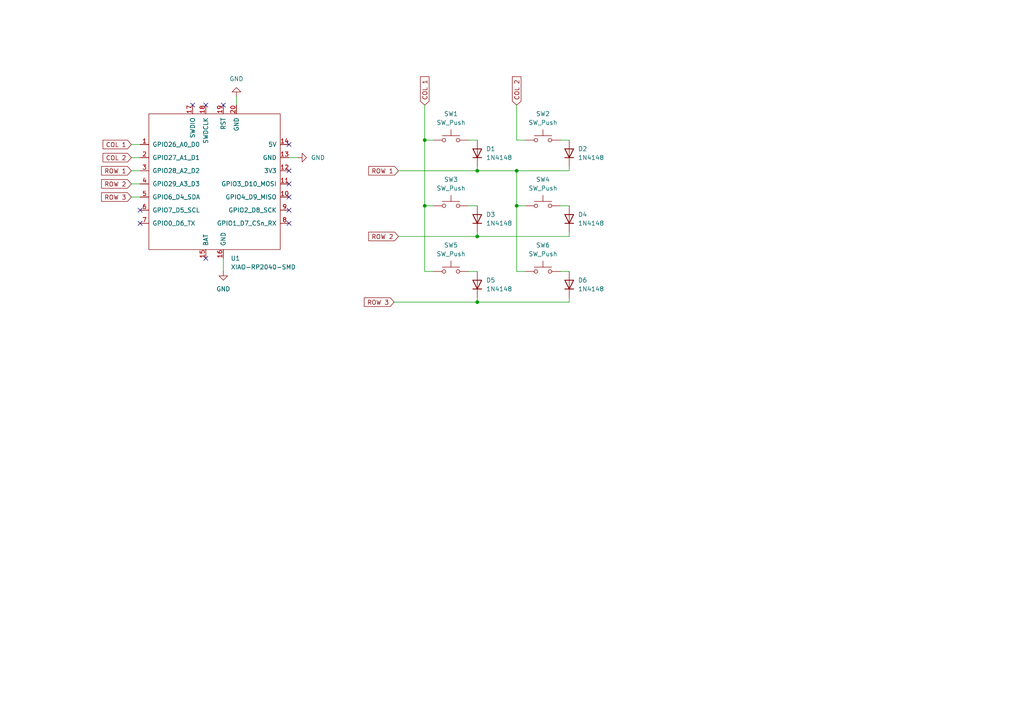
<source format=kicad_sch>
(kicad_sch
	(version 20250114)
	(generator "eeschema")
	(generator_version "9.0")
	(uuid "be0163ea-8669-465d-8193-ef059fde3dd9")
	(paper "A4")
	(lib_symbols
		(symbol "Device:D"
			(pin_numbers
				(hide yes)
			)
			(pin_names
				(offset 1.016)
				(hide yes)
			)
			(exclude_from_sim no)
			(in_bom yes)
			(on_board yes)
			(property "Reference" "D"
				(at 0 2.54 0)
				(effects
					(font
						(size 1.27 1.27)
					)
				)
			)
			(property "Value" "D"
				(at 0 -2.54 0)
				(effects
					(font
						(size 1.27 1.27)
					)
				)
			)
			(property "Footprint" ""
				(at 0 0 0)
				(effects
					(font
						(size 1.27 1.27)
					)
					(hide yes)
				)
			)
			(property "Datasheet" "~"
				(at 0 0 0)
				(effects
					(font
						(size 1.27 1.27)
					)
					(hide yes)
				)
			)
			(property "Description" "Diode"
				(at 0 0 0)
				(effects
					(font
						(size 1.27 1.27)
					)
					(hide yes)
				)
			)
			(property "Sim.Device" "D"
				(at 0 0 0)
				(effects
					(font
						(size 1.27 1.27)
					)
					(hide yes)
				)
			)
			(property "Sim.Pins" "1=K 2=A"
				(at 0 0 0)
				(effects
					(font
						(size 1.27 1.27)
					)
					(hide yes)
				)
			)
			(property "ki_keywords" "diode"
				(at 0 0 0)
				(effects
					(font
						(size 1.27 1.27)
					)
					(hide yes)
				)
			)
			(property "ki_fp_filters" "TO-???* *_Diode_* *SingleDiode* D_*"
				(at 0 0 0)
				(effects
					(font
						(size 1.27 1.27)
					)
					(hide yes)
				)
			)
			(symbol "D_0_1"
				(polyline
					(pts
						(xy -1.27 1.27) (xy -1.27 -1.27)
					)
					(stroke
						(width 0.254)
						(type default)
					)
					(fill
						(type none)
					)
				)
				(polyline
					(pts
						(xy 1.27 1.27) (xy 1.27 -1.27) (xy -1.27 0) (xy 1.27 1.27)
					)
					(stroke
						(width 0.254)
						(type default)
					)
					(fill
						(type none)
					)
				)
				(polyline
					(pts
						(xy 1.27 0) (xy -1.27 0)
					)
					(stroke
						(width 0)
						(type default)
					)
					(fill
						(type none)
					)
				)
			)
			(symbol "D_1_1"
				(pin passive line
					(at -3.81 0 0)
					(length 2.54)
					(name "K"
						(effects
							(font
								(size 1.27 1.27)
							)
						)
					)
					(number "1"
						(effects
							(font
								(size 1.27 1.27)
							)
						)
					)
				)
				(pin passive line
					(at 3.81 0 180)
					(length 2.54)
					(name "A"
						(effects
							(font
								(size 1.27 1.27)
							)
						)
					)
					(number "2"
						(effects
							(font
								(size 1.27 1.27)
							)
						)
					)
				)
			)
			(embedded_fonts no)
		)
		(symbol "Switch:SW_Push"
			(pin_numbers
				(hide yes)
			)
			(pin_names
				(offset 1.016)
				(hide yes)
			)
			(exclude_from_sim no)
			(in_bom yes)
			(on_board yes)
			(property "Reference" "SW"
				(at 1.27 2.54 0)
				(effects
					(font
						(size 1.27 1.27)
					)
					(justify left)
				)
			)
			(property "Value" "SW_Push"
				(at 0 -1.524 0)
				(effects
					(font
						(size 1.27 1.27)
					)
				)
			)
			(property "Footprint" ""
				(at 0 5.08 0)
				(effects
					(font
						(size 1.27 1.27)
					)
					(hide yes)
				)
			)
			(property "Datasheet" "~"
				(at 0 5.08 0)
				(effects
					(font
						(size 1.27 1.27)
					)
					(hide yes)
				)
			)
			(property "Description" "Push button switch, generic, two pins"
				(at 0 0 0)
				(effects
					(font
						(size 1.27 1.27)
					)
					(hide yes)
				)
			)
			(property "ki_keywords" "switch normally-open pushbutton push-button"
				(at 0 0 0)
				(effects
					(font
						(size 1.27 1.27)
					)
					(hide yes)
				)
			)
			(symbol "SW_Push_0_1"
				(circle
					(center -2.032 0)
					(radius 0.508)
					(stroke
						(width 0)
						(type default)
					)
					(fill
						(type none)
					)
				)
				(polyline
					(pts
						(xy 0 1.27) (xy 0 3.048)
					)
					(stroke
						(width 0)
						(type default)
					)
					(fill
						(type none)
					)
				)
				(circle
					(center 2.032 0)
					(radius 0.508)
					(stroke
						(width 0)
						(type default)
					)
					(fill
						(type none)
					)
				)
				(polyline
					(pts
						(xy 2.54 1.27) (xy -2.54 1.27)
					)
					(stroke
						(width 0)
						(type default)
					)
					(fill
						(type none)
					)
				)
				(pin passive line
					(at -5.08 0 0)
					(length 2.54)
					(name "1"
						(effects
							(font
								(size 1.27 1.27)
							)
						)
					)
					(number "1"
						(effects
							(font
								(size 1.27 1.27)
							)
						)
					)
				)
				(pin passive line
					(at 5.08 0 180)
					(length 2.54)
					(name "2"
						(effects
							(font
								(size 1.27 1.27)
							)
						)
					)
					(number "2"
						(effects
							(font
								(size 1.27 1.27)
							)
						)
					)
				)
			)
			(embedded_fonts no)
		)
		(symbol "XIAO_rp2040:XIAO-RP2040-SMD"
			(pin_names
				(offset 1.016)
			)
			(exclude_from_sim no)
			(in_bom yes)
			(on_board yes)
			(property "Reference" "U"
				(at -18.542 23.114 0)
				(effects
					(font
						(size 1.27 1.27)
					)
				)
			)
			(property "Value" "XIAO-RP2040-SMD"
				(at -8.382 21.336 0)
				(effects
					(font
						(size 1.27 1.27)
					)
				)
			)
			(property "Footprint" ""
				(at -8.89 5.08 0)
				(effects
					(font
						(size 1.27 1.27)
					)
					(hide yes)
				)
			)
			(property "Datasheet" ""
				(at -8.89 5.08 0)
				(effects
					(font
						(size 1.27 1.27)
					)
					(hide yes)
				)
			)
			(property "Description" ""
				(at 0 0 0)
				(effects
					(font
						(size 1.27 1.27)
					)
					(hide yes)
				)
			)
			(symbol "XIAO-RP2040-SMD_0_1"
				(rectangle
					(start 19.05 -19.05)
					(end -19.05 20.32)
					(stroke
						(width 0)
						(type default)
					)
					(fill
						(type none)
					)
				)
			)
			(symbol "XIAO-RP2040-SMD_1_1"
				(pin passive line
					(at -21.59 11.43 0)
					(length 2.54)
					(name "GPIO26_A0_D0"
						(effects
							(font
								(size 1.27 1.27)
							)
						)
					)
					(number "1"
						(effects
							(font
								(size 1.27 1.27)
							)
						)
					)
				)
				(pin passive line
					(at -21.59 7.62 0)
					(length 2.54)
					(name "GPIO27_A1_D1"
						(effects
							(font
								(size 1.27 1.27)
							)
						)
					)
					(number "2"
						(effects
							(font
								(size 1.27 1.27)
							)
						)
					)
				)
				(pin passive line
					(at -21.59 3.81 0)
					(length 2.54)
					(name "GPIO28_A2_D2"
						(effects
							(font
								(size 1.27 1.27)
							)
						)
					)
					(number "3"
						(effects
							(font
								(size 1.27 1.27)
							)
						)
					)
				)
				(pin passive line
					(at -21.59 0 0)
					(length 2.54)
					(name "GPIO29_A3_D3"
						(effects
							(font
								(size 1.27 1.27)
							)
						)
					)
					(number "4"
						(effects
							(font
								(size 1.27 1.27)
							)
						)
					)
				)
				(pin passive line
					(at -21.59 -3.81 0)
					(length 2.54)
					(name "GPIO6_D4_SDA"
						(effects
							(font
								(size 1.27 1.27)
							)
						)
					)
					(number "5"
						(effects
							(font
								(size 1.27 1.27)
							)
						)
					)
				)
				(pin passive line
					(at -21.59 -7.62 0)
					(length 2.54)
					(name "GPIO7_D5_SCL"
						(effects
							(font
								(size 1.27 1.27)
							)
						)
					)
					(number "6"
						(effects
							(font
								(size 1.27 1.27)
							)
						)
					)
				)
				(pin passive line
					(at -21.59 -11.43 0)
					(length 2.54)
					(name "GPIO0_D6_TX"
						(effects
							(font
								(size 1.27 1.27)
							)
						)
					)
					(number "7"
						(effects
							(font
								(size 1.27 1.27)
							)
						)
					)
				)
				(pin passive line
					(at -6.35 22.86 270)
					(length 2.54)
					(name "SWDIO"
						(effects
							(font
								(size 1.27 1.27)
							)
						)
					)
					(number "17"
						(effects
							(font
								(size 1.27 1.27)
							)
						)
					)
				)
				(pin passive line
					(at -2.54 22.86 270)
					(length 2.54)
					(name "SWDCLK"
						(effects
							(font
								(size 1.27 1.27)
							)
						)
					)
					(number "18"
						(effects
							(font
								(size 1.27 1.27)
							)
						)
					)
				)
				(pin passive line
					(at -2.54 -21.59 90)
					(length 2.54)
					(name "BAT"
						(effects
							(font
								(size 1.27 1.27)
							)
						)
					)
					(number "15"
						(effects
							(font
								(size 1.27 1.27)
							)
						)
					)
				)
				(pin passive line
					(at 2.54 22.86 270)
					(length 2.54)
					(name "RST"
						(effects
							(font
								(size 1.27 1.27)
							)
						)
					)
					(number "19"
						(effects
							(font
								(size 1.27 1.27)
							)
						)
					)
				)
				(pin passive line
					(at 2.54 -21.59 90)
					(length 2.54)
					(name "GND"
						(effects
							(font
								(size 1.27 1.27)
							)
						)
					)
					(number "16"
						(effects
							(font
								(size 1.27 1.27)
							)
						)
					)
				)
				(pin passive line
					(at 6.35 22.86 270)
					(length 2.54)
					(name "GND"
						(effects
							(font
								(size 1.27 1.27)
							)
						)
					)
					(number "20"
						(effects
							(font
								(size 1.27 1.27)
							)
						)
					)
				)
				(pin passive line
					(at 21.59 11.43 180)
					(length 2.54)
					(name "5V"
						(effects
							(font
								(size 1.27 1.27)
							)
						)
					)
					(number "14"
						(effects
							(font
								(size 1.27 1.27)
							)
						)
					)
				)
				(pin passive line
					(at 21.59 7.62 180)
					(length 2.54)
					(name "GND"
						(effects
							(font
								(size 1.27 1.27)
							)
						)
					)
					(number "13"
						(effects
							(font
								(size 1.27 1.27)
							)
						)
					)
				)
				(pin passive line
					(at 21.59 3.81 180)
					(length 2.54)
					(name "3V3"
						(effects
							(font
								(size 1.27 1.27)
							)
						)
					)
					(number "12"
						(effects
							(font
								(size 1.27 1.27)
							)
						)
					)
				)
				(pin passive line
					(at 21.59 0 180)
					(length 2.54)
					(name "GPIO3_D10_MOSI"
						(effects
							(font
								(size 1.27 1.27)
							)
						)
					)
					(number "11"
						(effects
							(font
								(size 1.27 1.27)
							)
						)
					)
				)
				(pin passive line
					(at 21.59 -3.81 180)
					(length 2.54)
					(name "GPIO4_D9_MISO"
						(effects
							(font
								(size 1.27 1.27)
							)
						)
					)
					(number "10"
						(effects
							(font
								(size 1.27 1.27)
							)
						)
					)
				)
				(pin passive line
					(at 21.59 -7.62 180)
					(length 2.54)
					(name "GPIO2_D8_SCK"
						(effects
							(font
								(size 1.27 1.27)
							)
						)
					)
					(number "9"
						(effects
							(font
								(size 1.27 1.27)
							)
						)
					)
				)
				(pin passive line
					(at 21.59 -11.43 180)
					(length 2.54)
					(name "GPIO1_D7_CSn_RX"
						(effects
							(font
								(size 1.27 1.27)
							)
						)
					)
					(number "8"
						(effects
							(font
								(size 1.27 1.27)
							)
						)
					)
				)
			)
			(embedded_fonts no)
		)
		(symbol "power:GND"
			(power)
			(pin_numbers
				(hide yes)
			)
			(pin_names
				(offset 0)
				(hide yes)
			)
			(exclude_from_sim no)
			(in_bom yes)
			(on_board yes)
			(property "Reference" "#PWR"
				(at 0 -6.35 0)
				(effects
					(font
						(size 1.27 1.27)
					)
					(hide yes)
				)
			)
			(property "Value" "GND"
				(at 0 -3.81 0)
				(effects
					(font
						(size 1.27 1.27)
					)
				)
			)
			(property "Footprint" ""
				(at 0 0 0)
				(effects
					(font
						(size 1.27 1.27)
					)
					(hide yes)
				)
			)
			(property "Datasheet" ""
				(at 0 0 0)
				(effects
					(font
						(size 1.27 1.27)
					)
					(hide yes)
				)
			)
			(property "Description" "Power symbol creates a global label with name \"GND\" , ground"
				(at 0 0 0)
				(effects
					(font
						(size 1.27 1.27)
					)
					(hide yes)
				)
			)
			(property "ki_keywords" "global power"
				(at 0 0 0)
				(effects
					(font
						(size 1.27 1.27)
					)
					(hide yes)
				)
			)
			(symbol "GND_0_1"
				(polyline
					(pts
						(xy 0 0) (xy 0 -1.27) (xy 1.27 -1.27) (xy 0 -2.54) (xy -1.27 -1.27) (xy 0 -1.27)
					)
					(stroke
						(width 0)
						(type default)
					)
					(fill
						(type none)
					)
				)
			)
			(symbol "GND_1_1"
				(pin power_in line
					(at 0 0 270)
					(length 0)
					(name "~"
						(effects
							(font
								(size 1.27 1.27)
							)
						)
					)
					(number "1"
						(effects
							(font
								(size 1.27 1.27)
							)
						)
					)
				)
			)
			(embedded_fonts no)
		)
	)
	(junction
		(at 123.19 59.69)
		(diameter 0)
		(color 0 0 0 0)
		(uuid "14fd479a-39a8-4687-8ab0-f4ac22e125a9")
	)
	(junction
		(at 149.86 49.53)
		(diameter 0)
		(color 0 0 0 0)
		(uuid "272f6b34-e547-4021-83f5-46ce1a6f7f59")
	)
	(junction
		(at 138.43 87.63)
		(diameter 0)
		(color 0 0 0 0)
		(uuid "2f07317e-75f1-45bf-81a1-94da68e1bb79")
	)
	(junction
		(at 149.86 59.69)
		(diameter 0)
		(color 0 0 0 0)
		(uuid "5544b374-5061-4169-8703-17260b660a7b")
	)
	(junction
		(at 138.43 49.53)
		(diameter 0)
		(color 0 0 0 0)
		(uuid "67c89f3c-d5e1-440a-8273-db4e2118889b")
	)
	(junction
		(at 123.19 40.64)
		(diameter 0)
		(color 0 0 0 0)
		(uuid "8dd72455-e816-4499-be98-cc298f66f062")
	)
	(junction
		(at 138.43 68.58)
		(diameter 0)
		(color 0 0 0 0)
		(uuid "9fa1f770-2923-4dfd-a635-1791edb582b9")
	)
	(no_connect
		(at 83.82 49.53)
		(uuid "101fd354-98e0-4159-bf33-e89b9d838a08")
	)
	(no_connect
		(at 64.77 30.48)
		(uuid "1ad7d97d-e812-4373-a10f-c8538626bc53")
	)
	(no_connect
		(at 59.69 74.93)
		(uuid "3bf71263-e6ae-4935-92af-9e8eb652aaf4")
	)
	(no_connect
		(at 83.82 41.91)
		(uuid "507402f3-cda4-40ea-a7e2-d5e3417b2239")
	)
	(no_connect
		(at 83.82 60.96)
		(uuid "537e411b-e56e-49cf-baec-e9c0c4807296")
	)
	(no_connect
		(at 83.82 64.77)
		(uuid "7d009f44-d9c3-4ba5-aa3b-0997ed552fe0")
	)
	(no_connect
		(at 59.69 30.48)
		(uuid "a218eb95-ae79-4d01-8ede-a247dcd9d35d")
	)
	(no_connect
		(at 40.64 64.77)
		(uuid "a333dd61-c787-4388-aff2-4c9e0cc49295")
	)
	(no_connect
		(at 83.82 53.34)
		(uuid "b796bab9-a0f7-4d77-8578-4d0529b33331")
	)
	(no_connect
		(at 55.88 30.48)
		(uuid "cf61806c-95bc-443d-ac87-c0fb9e29dbc2")
	)
	(no_connect
		(at 83.82 57.15)
		(uuid "d2e73d90-a9c4-4eaa-8def-f4e7bcd3518a")
	)
	(no_connect
		(at 40.64 60.96)
		(uuid "e2e85ba4-4a88-44aa-8593-01068c5508b4")
	)
	(wire
		(pts
			(xy 123.19 78.74) (xy 125.73 78.74)
		)
		(stroke
			(width 0)
			(type default)
		)
		(uuid "0fd5c052-4ebd-4f61-83f8-01a4996b26c1")
	)
	(wire
		(pts
			(xy 38.1 57.15) (xy 40.64 57.15)
		)
		(stroke
			(width 0)
			(type default)
		)
		(uuid "118aceed-7295-4d53-970d-39c046522ab4")
	)
	(wire
		(pts
			(xy 138.43 48.26) (xy 138.43 49.53)
		)
		(stroke
			(width 0)
			(type default)
		)
		(uuid "121bc8c4-7181-4511-9ae6-47708b0c2728")
	)
	(wire
		(pts
			(xy 68.58 27.94) (xy 68.58 30.48)
		)
		(stroke
			(width 0)
			(type default)
		)
		(uuid "1f50f0e6-32f4-4e80-81df-b2e5afc5aa33")
	)
	(wire
		(pts
			(xy 138.43 86.36) (xy 138.43 87.63)
		)
		(stroke
			(width 0)
			(type default)
		)
		(uuid "2352da35-aaa4-4ab1-b613-8e050aabed5e")
	)
	(wire
		(pts
			(xy 38.1 41.91) (xy 40.64 41.91)
		)
		(stroke
			(width 0)
			(type default)
		)
		(uuid "2b32e906-0b84-4cbc-a10f-17d05788b484")
	)
	(wire
		(pts
			(xy 115.57 68.58) (xy 138.43 68.58)
		)
		(stroke
			(width 0)
			(type default)
		)
		(uuid "31d40d8a-912c-472e-8a24-2a3087735199")
	)
	(wire
		(pts
			(xy 135.89 40.64) (xy 138.43 40.64)
		)
		(stroke
			(width 0)
			(type default)
		)
		(uuid "328e8036-de04-4119-b728-f997fbc9a0fa")
	)
	(wire
		(pts
			(xy 123.19 59.69) (xy 123.19 78.74)
		)
		(stroke
			(width 0)
			(type default)
		)
		(uuid "383f546a-7dbd-4990-ad2f-6b76ef161af3")
	)
	(wire
		(pts
			(xy 149.86 59.69) (xy 152.4 59.69)
		)
		(stroke
			(width 0)
			(type default)
		)
		(uuid "4133524b-8283-4900-9e27-396e8e93c60a")
	)
	(wire
		(pts
			(xy 135.89 78.74) (xy 138.43 78.74)
		)
		(stroke
			(width 0)
			(type default)
		)
		(uuid "43d7db1d-2518-4dba-80b6-fffd541bb1d6")
	)
	(wire
		(pts
			(xy 138.43 68.58) (xy 165.1 68.58)
		)
		(stroke
			(width 0)
			(type default)
		)
		(uuid "492990cb-7288-4602-bde1-d9e4e0c9bd60")
	)
	(wire
		(pts
			(xy 162.56 59.69) (xy 165.1 59.69)
		)
		(stroke
			(width 0)
			(type default)
		)
		(uuid "4c4e3e2d-c638-4b77-b115-1967f2f82923")
	)
	(wire
		(pts
			(xy 83.82 45.72) (xy 86.36 45.72)
		)
		(stroke
			(width 0)
			(type default)
		)
		(uuid "55682855-babb-43df-b633-94fa3e1fdbd7")
	)
	(wire
		(pts
			(xy 115.57 49.53) (xy 138.43 49.53)
		)
		(stroke
			(width 0)
			(type default)
		)
		(uuid "560b0565-43fc-4582-8745-44c42784381f")
	)
	(wire
		(pts
			(xy 165.1 67.31) (xy 165.1 68.58)
		)
		(stroke
			(width 0)
			(type default)
		)
		(uuid "56f664e8-25f7-4625-8992-cda8d8f6b1ab")
	)
	(wire
		(pts
			(xy 138.43 87.63) (xy 165.1 87.63)
		)
		(stroke
			(width 0)
			(type default)
		)
		(uuid "5dae45c4-7c8c-47a9-abaa-9768d2723472")
	)
	(wire
		(pts
			(xy 64.77 74.93) (xy 64.77 78.74)
		)
		(stroke
			(width 0)
			(type default)
		)
		(uuid "5ee5a366-29ee-4558-bc73-1ec1db2b8e09")
	)
	(wire
		(pts
			(xy 38.1 49.53) (xy 40.64 49.53)
		)
		(stroke
			(width 0)
			(type default)
		)
		(uuid "5f3de134-d3b3-44cc-8cbc-a7be00c2087b")
	)
	(wire
		(pts
			(xy 138.43 49.53) (xy 149.86 49.53)
		)
		(stroke
			(width 0)
			(type default)
		)
		(uuid "68686f8b-b449-40c2-a92a-a664d3adf2e4")
	)
	(wire
		(pts
			(xy 149.86 40.64) (xy 152.4 40.64)
		)
		(stroke
			(width 0)
			(type default)
		)
		(uuid "68cd923e-5a91-426f-91f4-fdb18436edd7")
	)
	(wire
		(pts
			(xy 165.1 86.36) (xy 165.1 87.63)
		)
		(stroke
			(width 0)
			(type default)
		)
		(uuid "69c5cab5-df7b-4596-9131-034ee4b1b10e")
	)
	(wire
		(pts
			(xy 135.89 59.69) (xy 138.43 59.69)
		)
		(stroke
			(width 0)
			(type default)
		)
		(uuid "74ce03a8-1e54-4acf-8a6d-1fd3f4676514")
	)
	(wire
		(pts
			(xy 149.86 78.74) (xy 152.4 78.74)
		)
		(stroke
			(width 0)
			(type default)
		)
		(uuid "78d36b8e-846d-4207-9b09-f77126784256")
	)
	(wire
		(pts
			(xy 38.1 53.34) (xy 40.64 53.34)
		)
		(stroke
			(width 0)
			(type default)
		)
		(uuid "8ae38497-b5b6-47fa-8cdb-f7bb79b9a12b")
	)
	(wire
		(pts
			(xy 114.3 87.63) (xy 138.43 87.63)
		)
		(stroke
			(width 0)
			(type default)
		)
		(uuid "a2c38163-2efe-4b6e-b7cc-7660b65871d4")
	)
	(wire
		(pts
			(xy 162.56 78.74) (xy 165.1 78.74)
		)
		(stroke
			(width 0)
			(type default)
		)
		(uuid "a47f0957-3e1e-462b-9381-ad590ef83b0f")
	)
	(wire
		(pts
			(xy 123.19 30.48) (xy 123.19 40.64)
		)
		(stroke
			(width 0)
			(type default)
		)
		(uuid "a5b842f7-66a8-4578-bde0-0bbb7668cd7e")
	)
	(wire
		(pts
			(xy 149.86 49.53) (xy 165.1 49.53)
		)
		(stroke
			(width 0)
			(type default)
		)
		(uuid "c3595c26-bf22-419b-beb2-904dbe5376f7")
	)
	(wire
		(pts
			(xy 149.86 59.69) (xy 149.86 78.74)
		)
		(stroke
			(width 0)
			(type default)
		)
		(uuid "cae16185-e050-448f-b391-e155df2564c6")
	)
	(wire
		(pts
			(xy 149.86 49.53) (xy 149.86 59.69)
		)
		(stroke
			(width 0)
			(type default)
		)
		(uuid "d4b490fe-71ec-4e1b-8493-f07c10fc00a9")
	)
	(wire
		(pts
			(xy 123.19 40.64) (xy 123.19 59.69)
		)
		(stroke
			(width 0)
			(type default)
		)
		(uuid "da773bf1-6fe8-411c-ba10-9181a216d77d")
	)
	(wire
		(pts
			(xy 138.43 67.31) (xy 138.43 68.58)
		)
		(stroke
			(width 0)
			(type default)
		)
		(uuid "ddfcfe05-d667-4a54-ae5f-d86b5d4b18a0")
	)
	(wire
		(pts
			(xy 38.1 45.72) (xy 40.64 45.72)
		)
		(stroke
			(width 0)
			(type default)
		)
		(uuid "e33c7128-07d6-4d6a-8c8b-7ee93d8b045d")
	)
	(wire
		(pts
			(xy 162.56 40.64) (xy 165.1 40.64)
		)
		(stroke
			(width 0)
			(type default)
		)
		(uuid "e355ef86-1d12-43f6-9e52-cd5d4f088bc2")
	)
	(wire
		(pts
			(xy 149.86 30.48) (xy 149.86 40.64)
		)
		(stroke
			(width 0)
			(type default)
		)
		(uuid "e61bf9e8-51e2-4d81-bf9f-a57830c7e17b")
	)
	(wire
		(pts
			(xy 123.19 40.64) (xy 125.73 40.64)
		)
		(stroke
			(width 0)
			(type default)
		)
		(uuid "f66ba232-b3c3-4c5c-9538-77604372e47a")
	)
	(wire
		(pts
			(xy 123.19 59.69) (xy 125.73 59.69)
		)
		(stroke
			(width 0)
			(type default)
		)
		(uuid "fbcdf96a-3e51-422d-9bbc-b967a059bb50")
	)
	(wire
		(pts
			(xy 165.1 48.26) (xy 165.1 49.53)
		)
		(stroke
			(width 0)
			(type default)
		)
		(uuid "fd16f5ae-325c-4652-ae30-65ce95c4563e")
	)
	(global_label "ROW 3"
		(shape input)
		(at 38.1 57.15 180)
		(fields_autoplaced yes)
		(effects
			(font
				(size 1.27 1.27)
			)
			(justify right)
		)
		(uuid "107b34c1-bd8b-4690-a138-657d4aabab98")
		(property "Intersheetrefs" "${INTERSHEET_REFS}"
			(at 28.8858 57.15 0)
			(effects
				(font
					(size 1.27 1.27)
				)
				(justify right)
				(hide yes)
			)
		)
	)
	(global_label "COL 2"
		(shape input)
		(at 149.86 30.48 90)
		(fields_autoplaced yes)
		(effects
			(font
				(size 1.27 1.27)
			)
			(justify left)
		)
		(uuid "3fa69364-1d40-4e5f-a36e-10e90c0e1bcf")
		(property "Intersheetrefs" "${INTERSHEET_REFS}"
			(at 149.86 21.6891 90)
			(effects
				(font
					(size 1.27 1.27)
				)
				(justify left)
				(hide yes)
			)
		)
	)
	(global_label "ROW 1"
		(shape input)
		(at 115.57 49.53 180)
		(fields_autoplaced yes)
		(effects
			(font
				(size 1.27 1.27)
			)
			(justify right)
		)
		(uuid "49970d14-2895-4d9a-9ee9-06903c1b24ce")
		(property "Intersheetrefs" "${INTERSHEET_REFS}"
			(at 106.3558 49.53 0)
			(effects
				(font
					(size 1.27 1.27)
				)
				(justify right)
				(hide yes)
			)
		)
	)
	(global_label "COL 1"
		(shape input)
		(at 38.1 41.91 180)
		(fields_autoplaced yes)
		(effects
			(font
				(size 1.27 1.27)
			)
			(justify right)
		)
		(uuid "631e63ee-ae30-4dee-9d2a-bb7f69c24796")
		(property "Intersheetrefs" "${INTERSHEET_REFS}"
			(at 29.3091 41.91 0)
			(effects
				(font
					(size 1.27 1.27)
				)
				(justify right)
				(hide yes)
			)
		)
	)
	(global_label "COL 1"
		(shape input)
		(at 123.19 30.48 90)
		(fields_autoplaced yes)
		(effects
			(font
				(size 1.27 1.27)
			)
			(justify left)
		)
		(uuid "748033ba-4ae5-4925-bbc9-bd4eb1492030")
		(property "Intersheetrefs" "${INTERSHEET_REFS}"
			(at 123.19 21.6891 90)
			(effects
				(font
					(size 1.27 1.27)
				)
				(justify left)
				(hide yes)
			)
		)
	)
	(global_label "ROW 2"
		(shape input)
		(at 115.57 68.58 180)
		(fields_autoplaced yes)
		(effects
			(font
				(size 1.27 1.27)
			)
			(justify right)
		)
		(uuid "75f5a599-60f6-46cd-9d6a-914e6bea99f8")
		(property "Intersheetrefs" "${INTERSHEET_REFS}"
			(at 106.3558 68.58 0)
			(effects
				(font
					(size 1.27 1.27)
				)
				(justify right)
				(hide yes)
			)
		)
	)
	(global_label "ROW 1"
		(shape input)
		(at 38.1 49.53 180)
		(fields_autoplaced yes)
		(effects
			(font
				(size 1.27 1.27)
			)
			(justify right)
		)
		(uuid "75fcf81d-77e4-41bf-a836-70b5807ff5c8")
		(property "Intersheetrefs" "${INTERSHEET_REFS}"
			(at 28.8858 49.53 0)
			(effects
				(font
					(size 1.27 1.27)
				)
				(justify right)
				(hide yes)
			)
		)
	)
	(global_label "COL 2"
		(shape input)
		(at 38.1 45.72 180)
		(fields_autoplaced yes)
		(effects
			(font
				(size 1.27 1.27)
			)
			(justify right)
		)
		(uuid "c3d61eea-ca75-4ca4-9739-0f2547d63962")
		(property "Intersheetrefs" "${INTERSHEET_REFS}"
			(at 29.3091 45.72 0)
			(effects
				(font
					(size 1.27 1.27)
				)
				(justify right)
				(hide yes)
			)
		)
	)
	(global_label "ROW 2"
		(shape input)
		(at 38.1 53.34 180)
		(fields_autoplaced yes)
		(effects
			(font
				(size 1.27 1.27)
			)
			(justify right)
		)
		(uuid "e90cc320-6c09-42f1-b774-117667db6d65")
		(property "Intersheetrefs" "${INTERSHEET_REFS}"
			(at 28.8858 53.34 0)
			(effects
				(font
					(size 1.27 1.27)
				)
				(justify right)
				(hide yes)
			)
		)
	)
	(global_label "ROW 3"
		(shape input)
		(at 114.3 87.63 180)
		(fields_autoplaced yes)
		(effects
			(font
				(size 1.27 1.27)
			)
			(justify right)
		)
		(uuid "fb349751-f841-44bf-a0e5-60ade85c1a76")
		(property "Intersheetrefs" "${INTERSHEET_REFS}"
			(at 105.0858 87.63 0)
			(effects
				(font
					(size 1.27 1.27)
				)
				(justify right)
				(hide yes)
			)
		)
	)
	(symbol
		(lib_id "XIAO_rp2040:XIAO-RP2040-SMD")
		(at 62.23 53.34 0)
		(unit 1)
		(exclude_from_sim no)
		(in_bom yes)
		(on_board yes)
		(dnp no)
		(fields_autoplaced yes)
		(uuid "08c20814-5e4a-4bd7-9efc-20a24e85f9e4")
		(property "Reference" "U1"
			(at 66.9133 74.93 0)
			(effects
				(font
					(size 1.27 1.27)
				)
				(justify left)
			)
		)
		(property "Value" "XIAO-RP2040-SMD"
			(at 66.9133 77.47 0)
			(effects
				(font
					(size 1.27 1.27)
				)
				(justify left)
			)
		)
		(property "Footprint" "footprints:XIAO_rp2040_SMD"
			(at 53.34 48.26 0)
			(effects
				(font
					(size 1.27 1.27)
				)
				(hide yes)
			)
		)
		(property "Datasheet" ""
			(at 53.34 48.26 0)
			(effects
				(font
					(size 1.27 1.27)
				)
				(hide yes)
			)
		)
		(property "Description" ""
			(at 62.23 53.34 0)
			(effects
				(font
					(size 1.27 1.27)
				)
				(hide yes)
			)
		)
		(pin "2"
			(uuid "62a052df-5823-495b-94f9-72f083fe67e6")
		)
		(pin "12"
			(uuid "1fa7d885-aa55-4bf3-a305-37107d4b0625")
		)
		(pin "1"
			(uuid "1abc6b00-5671-495a-9d03-daa2530c1c09")
		)
		(pin "15"
			(uuid "cc542293-8094-4288-ad21-ee8cd4abfe77")
		)
		(pin "11"
			(uuid "539a535c-50cb-42e8-8365-576f3beae1be")
		)
		(pin "8"
			(uuid "69ea685d-a3ae-419c-bef9-12d3161be982")
		)
		(pin "3"
			(uuid "a4163f56-f36c-4dae-a6a2-2ed714da9366")
		)
		(pin "6"
			(uuid "b2745cb4-1495-4bcc-83c0-9b705cb4d1dd")
		)
		(pin "7"
			(uuid "68625107-08b6-45eb-b7b5-86914916ca7d")
		)
		(pin "17"
			(uuid "afb42635-fdfe-4518-9059-276cb7b0b5b2")
		)
		(pin "4"
			(uuid "8abd6bb5-7f27-4a41-b021-f0a5a27c087e")
		)
		(pin "5"
			(uuid "0c2686d0-91ee-43bf-adb0-d6ff66b2ae0b")
		)
		(pin "18"
			(uuid "2ce36aff-abee-4d57-bc79-1730c956310e")
		)
		(pin "19"
			(uuid "4c85a8a6-8434-4f47-b5d3-2d6789efe8d2")
		)
		(pin "16"
			(uuid "16ad9e57-0132-4de4-b2d5-64c7cbf18c66")
		)
		(pin "20"
			(uuid "de707346-7815-467a-9788-d5c59a8bde46")
		)
		(pin "14"
			(uuid "22879944-4f67-4cbd-815e-83edafc7196a")
		)
		(pin "13"
			(uuid "0ae6369c-f91f-4d9d-984a-8b4cc7c86f63")
		)
		(pin "10"
			(uuid "0cfe1dd8-20f3-4c04-968a-69183e51ddad")
		)
		(pin "9"
			(uuid "6c1b89a2-d9a3-4d0f-9c93-2c9239fc6784")
		)
		(instances
			(project ""
				(path "/be0163ea-8669-465d-8193-ef059fde3dd9"
					(reference "U1")
					(unit 1)
				)
			)
		)
	)
	(symbol
		(lib_id "Switch:SW_Push")
		(at 157.48 40.64 0)
		(unit 1)
		(exclude_from_sim no)
		(in_bom yes)
		(on_board yes)
		(dnp no)
		(fields_autoplaced yes)
		(uuid "39b85fab-beaa-47a0-b9e7-c718ba2c248f")
		(property "Reference" "SW2"
			(at 157.48 33.02 0)
			(effects
				(font
					(size 1.27 1.27)
				)
			)
		)
		(property "Value" "SW_Push"
			(at 157.48 35.56 0)
			(effects
				(font
					(size 1.27 1.27)
				)
			)
		)
		(property "Footprint" "Button_Switch_Keyboard:SW_Cherry_MX_1.00u_PCB"
			(at 157.48 35.56 0)
			(effects
				(font
					(size 1.27 1.27)
				)
				(hide yes)
			)
		)
		(property "Datasheet" "~"
			(at 157.48 35.56 0)
			(effects
				(font
					(size 1.27 1.27)
				)
				(hide yes)
			)
		)
		(property "Description" "Push button switch, generic, two pins"
			(at 157.48 40.64 0)
			(effects
				(font
					(size 1.27 1.27)
				)
				(hide yes)
			)
		)
		(pin "2"
			(uuid "695bb6e3-f069-4ce2-888b-b0bc16dc5662")
		)
		(pin "1"
			(uuid "52345c60-56a0-4e2f-8a46-b3637b25fbaa")
		)
		(instances
			(project "macropad"
				(path "/be0163ea-8669-465d-8193-ef059fde3dd9"
					(reference "SW2")
					(unit 1)
				)
			)
		)
	)
	(symbol
		(lib_id "Switch:SW_Push")
		(at 157.48 78.74 0)
		(unit 1)
		(exclude_from_sim no)
		(in_bom yes)
		(on_board yes)
		(dnp no)
		(fields_autoplaced yes)
		(uuid "3dbe461d-6f8d-4685-8329-2f2499f92446")
		(property "Reference" "SW6"
			(at 157.48 71.12 0)
			(effects
				(font
					(size 1.27 1.27)
				)
			)
		)
		(property "Value" "SW_Push"
			(at 157.48 73.66 0)
			(effects
				(font
					(size 1.27 1.27)
				)
			)
		)
		(property "Footprint" "Button_Switch_Keyboard:SW_Cherry_MX_1.00u_PCB"
			(at 157.48 73.66 0)
			(effects
				(font
					(size 1.27 1.27)
				)
				(hide yes)
			)
		)
		(property "Datasheet" "~"
			(at 157.48 73.66 0)
			(effects
				(font
					(size 1.27 1.27)
				)
				(hide yes)
			)
		)
		(property "Description" "Push button switch, generic, two pins"
			(at 157.48 78.74 0)
			(effects
				(font
					(size 1.27 1.27)
				)
				(hide yes)
			)
		)
		(pin "2"
			(uuid "0849639c-c667-4882-939b-8406a0e91b63")
		)
		(pin "1"
			(uuid "913d267d-3b0c-4437-93d1-8eb4faa749ad")
		)
		(instances
			(project "macropad"
				(path "/be0163ea-8669-465d-8193-ef059fde3dd9"
					(reference "SW6")
					(unit 1)
				)
			)
		)
	)
	(symbol
		(lib_id "power:GND")
		(at 86.36 45.72 90)
		(unit 1)
		(exclude_from_sim no)
		(in_bom yes)
		(on_board yes)
		(dnp no)
		(fields_autoplaced yes)
		(uuid "412c55ac-05d4-4d75-ac43-0cf2af7fee6b")
		(property "Reference" "#PWR02"
			(at 92.71 45.72 0)
			(effects
				(font
					(size 1.27 1.27)
				)
				(hide yes)
			)
		)
		(property "Value" "GND"
			(at 90.17 45.7199 90)
			(effects
				(font
					(size 1.27 1.27)
				)
				(justify right)
			)
		)
		(property "Footprint" ""
			(at 86.36 45.72 0)
			(effects
				(font
					(size 1.27 1.27)
				)
				(hide yes)
			)
		)
		(property "Datasheet" ""
			(at 86.36 45.72 0)
			(effects
				(font
					(size 1.27 1.27)
				)
				(hide yes)
			)
		)
		(property "Description" "Power symbol creates a global label with name \"GND\" , ground"
			(at 86.36 45.72 0)
			(effects
				(font
					(size 1.27 1.27)
				)
				(hide yes)
			)
		)
		(pin "1"
			(uuid "7ed23e8a-3e5b-42be-aefa-dcfbfedd2503")
		)
		(instances
			(project ""
				(path "/be0163ea-8669-465d-8193-ef059fde3dd9"
					(reference "#PWR02")
					(unit 1)
				)
			)
		)
	)
	(symbol
		(lib_id "Switch:SW_Push")
		(at 130.81 78.74 0)
		(unit 1)
		(exclude_from_sim no)
		(in_bom yes)
		(on_board yes)
		(dnp no)
		(fields_autoplaced yes)
		(uuid "45c2a911-3825-4324-9aa0-9d45617f3348")
		(property "Reference" "SW5"
			(at 130.81 71.12 0)
			(effects
				(font
					(size 1.27 1.27)
				)
			)
		)
		(property "Value" "SW_Push"
			(at 130.81 73.66 0)
			(effects
				(font
					(size 1.27 1.27)
				)
			)
		)
		(property "Footprint" "Button_Switch_Keyboard:SW_Cherry_MX_1.00u_PCB"
			(at 130.81 73.66 0)
			(effects
				(font
					(size 1.27 1.27)
				)
				(hide yes)
			)
		)
		(property "Datasheet" "~"
			(at 130.81 73.66 0)
			(effects
				(font
					(size 1.27 1.27)
				)
				(hide yes)
			)
		)
		(property "Description" "Push button switch, generic, two pins"
			(at 130.81 78.74 0)
			(effects
				(font
					(size 1.27 1.27)
				)
				(hide yes)
			)
		)
		(pin "2"
			(uuid "07b456cd-9bdb-475b-a5f7-ad62f1dc876c")
		)
		(pin "1"
			(uuid "34531045-6512-4b8b-bc8a-895d5e29ca04")
		)
		(instances
			(project "macropad"
				(path "/be0163ea-8669-465d-8193-ef059fde3dd9"
					(reference "SW5")
					(unit 1)
				)
			)
		)
	)
	(symbol
		(lib_id "Device:D")
		(at 138.43 63.5 90)
		(unit 1)
		(exclude_from_sim no)
		(in_bom yes)
		(on_board yes)
		(dnp no)
		(fields_autoplaced yes)
		(uuid "49b31d01-91ca-44d1-a57e-5c8d7716163b")
		(property "Reference" "D3"
			(at 140.97 62.2299 90)
			(effects
				(font
					(size 1.27 1.27)
				)
				(justify right)
			)
		)
		(property "Value" "1N4148"
			(at 140.97 64.7699 90)
			(effects
				(font
					(size 1.27 1.27)
				)
				(justify right)
			)
		)
		(property "Footprint" "Diode_THT:D_DO-35_SOD27_P7.62mm_Horizontal"
			(at 138.43 63.5 0)
			(effects
				(font
					(size 1.27 1.27)
				)
				(hide yes)
			)
		)
		(property "Datasheet" "~"
			(at 138.43 63.5 0)
			(effects
				(font
					(size 1.27 1.27)
				)
				(hide yes)
			)
		)
		(property "Description" "Diode"
			(at 138.43 63.5 0)
			(effects
				(font
					(size 1.27 1.27)
				)
				(hide yes)
			)
		)
		(property "Sim.Device" "D"
			(at 138.43 63.5 0)
			(effects
				(font
					(size 1.27 1.27)
				)
				(hide yes)
			)
		)
		(property "Sim.Pins" "1=K 2=A"
			(at 138.43 63.5 0)
			(effects
				(font
					(size 1.27 1.27)
				)
				(hide yes)
			)
		)
		(pin "2"
			(uuid "79ae72bb-0c74-4fab-90d5-2a7bcf81a6e1")
		)
		(pin "1"
			(uuid "be92074d-5fb2-4d3e-953c-95ec5c1c1662")
		)
		(instances
			(project "macropad"
				(path "/be0163ea-8669-465d-8193-ef059fde3dd9"
					(reference "D3")
					(unit 1)
				)
			)
		)
	)
	(symbol
		(lib_id "Device:D")
		(at 165.1 44.45 90)
		(unit 1)
		(exclude_from_sim no)
		(in_bom yes)
		(on_board yes)
		(dnp no)
		(fields_autoplaced yes)
		(uuid "55ece7b9-5987-4b09-870c-169fb5db6152")
		(property "Reference" "D2"
			(at 167.64 43.1799 90)
			(effects
				(font
					(size 1.27 1.27)
				)
				(justify right)
			)
		)
		(property "Value" "1N4148"
			(at 167.64 45.7199 90)
			(effects
				(font
					(size 1.27 1.27)
				)
				(justify right)
			)
		)
		(property "Footprint" "Diode_THT:D_DO-35_SOD27_P7.62mm_Horizontal"
			(at 165.1 44.45 0)
			(effects
				(font
					(size 1.27 1.27)
				)
				(hide yes)
			)
		)
		(property "Datasheet" "~"
			(at 165.1 44.45 0)
			(effects
				(font
					(size 1.27 1.27)
				)
				(hide yes)
			)
		)
		(property "Description" "Diode"
			(at 165.1 44.45 0)
			(effects
				(font
					(size 1.27 1.27)
				)
				(hide yes)
			)
		)
		(property "Sim.Device" "D"
			(at 165.1 44.45 0)
			(effects
				(font
					(size 1.27 1.27)
				)
				(hide yes)
			)
		)
		(property "Sim.Pins" "1=K 2=A"
			(at 165.1 44.45 0)
			(effects
				(font
					(size 1.27 1.27)
				)
				(hide yes)
			)
		)
		(pin "2"
			(uuid "d94f0e5e-8ba2-413a-97ab-96c4e5ddc0af")
		)
		(pin "1"
			(uuid "c151e48d-94a2-4a1d-9e56-e5edf09808d6")
		)
		(instances
			(project "macropad"
				(path "/be0163ea-8669-465d-8193-ef059fde3dd9"
					(reference "D2")
					(unit 1)
				)
			)
		)
	)
	(symbol
		(lib_id "Switch:SW_Push")
		(at 130.81 59.69 0)
		(unit 1)
		(exclude_from_sim no)
		(in_bom yes)
		(on_board yes)
		(dnp no)
		(fields_autoplaced yes)
		(uuid "8b9de08f-d4ef-43a4-adc5-042f813f536d")
		(property "Reference" "SW3"
			(at 130.81 52.07 0)
			(effects
				(font
					(size 1.27 1.27)
				)
			)
		)
		(property "Value" "SW_Push"
			(at 130.81 54.61 0)
			(effects
				(font
					(size 1.27 1.27)
				)
			)
		)
		(property "Footprint" "Button_Switch_Keyboard:SW_Cherry_MX_1.00u_PCB"
			(at 130.81 54.61 0)
			(effects
				(font
					(size 1.27 1.27)
				)
				(hide yes)
			)
		)
		(property "Datasheet" "~"
			(at 130.81 54.61 0)
			(effects
				(font
					(size 1.27 1.27)
				)
				(hide yes)
			)
		)
		(property "Description" "Push button switch, generic, two pins"
			(at 130.81 59.69 0)
			(effects
				(font
					(size 1.27 1.27)
				)
				(hide yes)
			)
		)
		(pin "2"
			(uuid "8a128336-0844-4905-b301-e6fb362f3ab7")
		)
		(pin "1"
			(uuid "fbcc9ad1-eb60-4808-9af8-7994a1bb6969")
		)
		(instances
			(project "macropad"
				(path "/be0163ea-8669-465d-8193-ef059fde3dd9"
					(reference "SW3")
					(unit 1)
				)
			)
		)
	)
	(symbol
		(lib_id "Device:D")
		(at 138.43 44.45 90)
		(unit 1)
		(exclude_from_sim no)
		(in_bom yes)
		(on_board yes)
		(dnp no)
		(fields_autoplaced yes)
		(uuid "98d88434-0fc8-4691-a756-975a0ec53bba")
		(property "Reference" "D1"
			(at 140.97 43.1799 90)
			(effects
				(font
					(size 1.27 1.27)
				)
				(justify right)
			)
		)
		(property "Value" "1N4148"
			(at 140.97 45.7199 90)
			(effects
				(font
					(size 1.27 1.27)
				)
				(justify right)
			)
		)
		(property "Footprint" "Diode_THT:D_DO-35_SOD27_P7.62mm_Horizontal"
			(at 138.43 44.45 0)
			(effects
				(font
					(size 1.27 1.27)
				)
				(hide yes)
			)
		)
		(property "Datasheet" "~"
			(at 138.43 44.45 0)
			(effects
				(font
					(size 1.27 1.27)
				)
				(hide yes)
			)
		)
		(property "Description" "Diode"
			(at 138.43 44.45 0)
			(effects
				(font
					(size 1.27 1.27)
				)
				(hide yes)
			)
		)
		(property "Sim.Device" "D"
			(at 138.43 44.45 0)
			(effects
				(font
					(size 1.27 1.27)
				)
				(hide yes)
			)
		)
		(property "Sim.Pins" "1=K 2=A"
			(at 138.43 44.45 0)
			(effects
				(font
					(size 1.27 1.27)
				)
				(hide yes)
			)
		)
		(pin "2"
			(uuid "dba2baec-bc67-4cf7-891e-3e30b827d414")
		)
		(pin "1"
			(uuid "1f1ecc5c-11f5-4978-aee6-1c438f85c48d")
		)
		(instances
			(project ""
				(path "/be0163ea-8669-465d-8193-ef059fde3dd9"
					(reference "D1")
					(unit 1)
				)
			)
		)
	)
	(symbol
		(lib_id "Device:D")
		(at 165.1 63.5 90)
		(unit 1)
		(exclude_from_sim no)
		(in_bom yes)
		(on_board yes)
		(dnp no)
		(fields_autoplaced yes)
		(uuid "a3bced02-abfb-49eb-8368-010da7555844")
		(property "Reference" "D4"
			(at 167.64 62.2299 90)
			(effects
				(font
					(size 1.27 1.27)
				)
				(justify right)
			)
		)
		(property "Value" "1N4148"
			(at 167.64 64.7699 90)
			(effects
				(font
					(size 1.27 1.27)
				)
				(justify right)
			)
		)
		(property "Footprint" "Diode_THT:D_DO-35_SOD27_P7.62mm_Horizontal"
			(at 165.1 63.5 0)
			(effects
				(font
					(size 1.27 1.27)
				)
				(hide yes)
			)
		)
		(property "Datasheet" "~"
			(at 165.1 63.5 0)
			(effects
				(font
					(size 1.27 1.27)
				)
				(hide yes)
			)
		)
		(property "Description" "Diode"
			(at 165.1 63.5 0)
			(effects
				(font
					(size 1.27 1.27)
				)
				(hide yes)
			)
		)
		(property "Sim.Device" "D"
			(at 165.1 63.5 0)
			(effects
				(font
					(size 1.27 1.27)
				)
				(hide yes)
			)
		)
		(property "Sim.Pins" "1=K 2=A"
			(at 165.1 63.5 0)
			(effects
				(font
					(size 1.27 1.27)
				)
				(hide yes)
			)
		)
		(pin "2"
			(uuid "9d8205c4-6739-4545-a11e-29ce17e0ff34")
		)
		(pin "1"
			(uuid "f99d812d-0073-43ad-a66c-3610f0bf0285")
		)
		(instances
			(project "macropad"
				(path "/be0163ea-8669-465d-8193-ef059fde3dd9"
					(reference "D4")
					(unit 1)
				)
			)
		)
	)
	(symbol
		(lib_id "Device:D")
		(at 165.1 82.55 90)
		(unit 1)
		(exclude_from_sim no)
		(in_bom yes)
		(on_board yes)
		(dnp no)
		(fields_autoplaced yes)
		(uuid "b07c7ce7-d7d2-4e3d-976e-6affaa9c5c36")
		(property "Reference" "D6"
			(at 167.64 81.2799 90)
			(effects
				(font
					(size 1.27 1.27)
				)
				(justify right)
			)
		)
		(property "Value" "1N4148"
			(at 167.64 83.8199 90)
			(effects
				(font
					(size 1.27 1.27)
				)
				(justify right)
			)
		)
		(property "Footprint" "Diode_THT:D_DO-35_SOD27_P7.62mm_Horizontal"
			(at 165.1 82.55 0)
			(effects
				(font
					(size 1.27 1.27)
				)
				(hide yes)
			)
		)
		(property "Datasheet" "~"
			(at 165.1 82.55 0)
			(effects
				(font
					(size 1.27 1.27)
				)
				(hide yes)
			)
		)
		(property "Description" "Diode"
			(at 165.1 82.55 0)
			(effects
				(font
					(size 1.27 1.27)
				)
				(hide yes)
			)
		)
		(property "Sim.Device" "D"
			(at 165.1 82.55 0)
			(effects
				(font
					(size 1.27 1.27)
				)
				(hide yes)
			)
		)
		(property "Sim.Pins" "1=K 2=A"
			(at 165.1 82.55 0)
			(effects
				(font
					(size 1.27 1.27)
				)
				(hide yes)
			)
		)
		(pin "2"
			(uuid "337d0fcb-9635-4ba2-b666-b63922361d60")
		)
		(pin "1"
			(uuid "a05c5f68-f7d4-4eca-91e2-43d0f1027b7e")
		)
		(instances
			(project "macropad"
				(path "/be0163ea-8669-465d-8193-ef059fde3dd9"
					(reference "D6")
					(unit 1)
				)
			)
		)
	)
	(symbol
		(lib_id "power:GND")
		(at 64.77 78.74 0)
		(mirror y)
		(unit 1)
		(exclude_from_sim no)
		(in_bom yes)
		(on_board yes)
		(dnp no)
		(uuid "b176844d-b0a8-43de-bc39-285b82670595")
		(property "Reference" "#PWR03"
			(at 64.77 85.09 0)
			(effects
				(font
					(size 1.27 1.27)
				)
				(hide yes)
			)
		)
		(property "Value" "GND"
			(at 64.77 83.82 0)
			(effects
				(font
					(size 1.27 1.27)
				)
			)
		)
		(property "Footprint" ""
			(at 64.77 78.74 0)
			(effects
				(font
					(size 1.27 1.27)
				)
				(hide yes)
			)
		)
		(property "Datasheet" ""
			(at 64.77 78.74 0)
			(effects
				(font
					(size 1.27 1.27)
				)
				(hide yes)
			)
		)
		(property "Description" "Power symbol creates a global label with name \"GND\" , ground"
			(at 64.77 78.74 0)
			(effects
				(font
					(size 1.27 1.27)
				)
				(hide yes)
			)
		)
		(pin "1"
			(uuid "f4a3fca2-c7f0-442c-a455-588675f664dd")
		)
		(instances
			(project "macropad"
				(path "/be0163ea-8669-465d-8193-ef059fde3dd9"
					(reference "#PWR03")
					(unit 1)
				)
			)
		)
	)
	(symbol
		(lib_id "Switch:SW_Push")
		(at 130.81 40.64 0)
		(unit 1)
		(exclude_from_sim no)
		(in_bom yes)
		(on_board yes)
		(dnp no)
		(fields_autoplaced yes)
		(uuid "b7616496-c391-48c9-b046-8833f212802d")
		(property "Reference" "SW1"
			(at 130.81 33.02 0)
			(effects
				(font
					(size 1.27 1.27)
				)
			)
		)
		(property "Value" "SW_Push"
			(at 130.81 35.56 0)
			(effects
				(font
					(size 1.27 1.27)
				)
			)
		)
		(property "Footprint" "Button_Switch_Keyboard:SW_Cherry_MX_1.00u_PCB"
			(at 130.81 35.56 0)
			(effects
				(font
					(size 1.27 1.27)
				)
				(hide yes)
			)
		)
		(property "Datasheet" "~"
			(at 130.81 35.56 0)
			(effects
				(font
					(size 1.27 1.27)
				)
				(hide yes)
			)
		)
		(property "Description" "Push button switch, generic, two pins"
			(at 130.81 40.64 0)
			(effects
				(font
					(size 1.27 1.27)
				)
				(hide yes)
			)
		)
		(pin "2"
			(uuid "4d0b9c68-7ac5-4583-97b2-b12886d8e70a")
		)
		(pin "1"
			(uuid "d88cab5b-520d-40c4-a097-b35144ea42a1")
		)
		(instances
			(project ""
				(path "/be0163ea-8669-465d-8193-ef059fde3dd9"
					(reference "SW1")
					(unit 1)
				)
			)
		)
	)
	(symbol
		(lib_id "power:GND")
		(at 68.58 27.94 180)
		(unit 1)
		(exclude_from_sim no)
		(in_bom yes)
		(on_board yes)
		(dnp no)
		(fields_autoplaced yes)
		(uuid "c84f5106-8aa4-4a23-b515-60a9946d67bf")
		(property "Reference" "#PWR01"
			(at 68.58 21.59 0)
			(effects
				(font
					(size 1.27 1.27)
				)
				(hide yes)
			)
		)
		(property "Value" "GND"
			(at 68.58 22.86 0)
			(effects
				(font
					(size 1.27 1.27)
				)
			)
		)
		(property "Footprint" ""
			(at 68.58 27.94 0)
			(effects
				(font
					(size 1.27 1.27)
				)
				(hide yes)
			)
		)
		(property "Datasheet" ""
			(at 68.58 27.94 0)
			(effects
				(font
					(size 1.27 1.27)
				)
				(hide yes)
			)
		)
		(property "Description" "Power symbol creates a global label with name \"GND\" , ground"
			(at 68.58 27.94 0)
			(effects
				(font
					(size 1.27 1.27)
				)
				(hide yes)
			)
		)
		(pin "1"
			(uuid "e9474074-f1ca-4c07-b1e2-4cd21547aff3")
		)
		(instances
			(project ""
				(path "/be0163ea-8669-465d-8193-ef059fde3dd9"
					(reference "#PWR01")
					(unit 1)
				)
			)
		)
	)
	(symbol
		(lib_id "Switch:SW_Push")
		(at 157.48 59.69 0)
		(unit 1)
		(exclude_from_sim no)
		(in_bom yes)
		(on_board yes)
		(dnp no)
		(fields_autoplaced yes)
		(uuid "ca5e3407-2efa-4baa-8c37-ee71252a9c25")
		(property "Reference" "SW4"
			(at 157.48 52.07 0)
			(effects
				(font
					(size 1.27 1.27)
				)
			)
		)
		(property "Value" "SW_Push"
			(at 157.48 54.61 0)
			(effects
				(font
					(size 1.27 1.27)
				)
			)
		)
		(property "Footprint" "Button_Switch_Keyboard:SW_Cherry_MX_1.00u_PCB"
			(at 157.48 54.61 0)
			(effects
				(font
					(size 1.27 1.27)
				)
				(hide yes)
			)
		)
		(property "Datasheet" "~"
			(at 157.48 54.61 0)
			(effects
				(font
					(size 1.27 1.27)
				)
				(hide yes)
			)
		)
		(property "Description" "Push button switch, generic, two pins"
			(at 157.48 59.69 0)
			(effects
				(font
					(size 1.27 1.27)
				)
				(hide yes)
			)
		)
		(pin "2"
			(uuid "3d9434db-4ba8-4c0c-8b9c-34fd035d13a9")
		)
		(pin "1"
			(uuid "e5de6c46-42a3-4770-8d6b-9472684ab9c5")
		)
		(instances
			(project "macropad"
				(path "/be0163ea-8669-465d-8193-ef059fde3dd9"
					(reference "SW4")
					(unit 1)
				)
			)
		)
	)
	(symbol
		(lib_id "Device:D")
		(at 138.43 82.55 90)
		(unit 1)
		(exclude_from_sim no)
		(in_bom yes)
		(on_board yes)
		(dnp no)
		(fields_autoplaced yes)
		(uuid "ecc6e008-8ce9-42c8-89d3-a90b1e355440")
		(property "Reference" "D5"
			(at 140.97 81.2799 90)
			(effects
				(font
					(size 1.27 1.27)
				)
				(justify right)
			)
		)
		(property "Value" "1N4148"
			(at 140.97 83.8199 90)
			(effects
				(font
					(size 1.27 1.27)
				)
				(justify right)
			)
		)
		(property "Footprint" "Diode_THT:D_DO-35_SOD27_P7.62mm_Horizontal"
			(at 138.43 82.55 0)
			(effects
				(font
					(size 1.27 1.27)
				)
				(hide yes)
			)
		)
		(property "Datasheet" "~"
			(at 138.43 82.55 0)
			(effects
				(font
					(size 1.27 1.27)
				)
				(hide yes)
			)
		)
		(property "Description" "Diode"
			(at 138.43 82.55 0)
			(effects
				(font
					(size 1.27 1.27)
				)
				(hide yes)
			)
		)
		(property "Sim.Device" "D"
			(at 138.43 82.55 0)
			(effects
				(font
					(size 1.27 1.27)
				)
				(hide yes)
			)
		)
		(property "Sim.Pins" "1=K 2=A"
			(at 138.43 82.55 0)
			(effects
				(font
					(size 1.27 1.27)
				)
				(hide yes)
			)
		)
		(pin "2"
			(uuid "fa099b74-b182-47d7-9955-7caa9144675d")
		)
		(pin "1"
			(uuid "2bb8786b-bf49-4b2c-8327-1c885df982e3")
		)
		(instances
			(project "macropad"
				(path "/be0163ea-8669-465d-8193-ef059fde3dd9"
					(reference "D5")
					(unit 1)
				)
			)
		)
	)
	(sheet_instances
		(path "/"
			(page "1")
		)
	)
	(embedded_fonts no)
)

</source>
